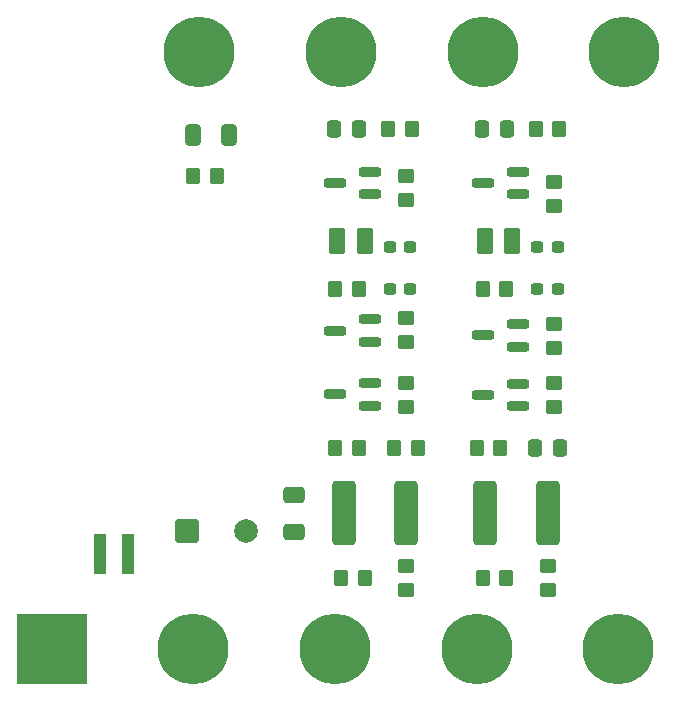
<source format=gts>
%TF.GenerationSoftware,KiCad,Pcbnew,9.0.4*%
%TF.CreationDate,2025-09-14T16:43:00+08:00*%
%TF.ProjectId,YUV Circuit,59555620-4369-4726-9375-69742e6b6963,rev?*%
%TF.SameCoordinates,Original*%
%TF.FileFunction,Soldermask,Top*%
%TF.FilePolarity,Negative*%
%FSLAX46Y46*%
G04 Gerber Fmt 4.6, Leading zero omitted, Abs format (unit mm)*
G04 Created by KiCad (PCBNEW 9.0.4) date 2025-09-14 16:43:00*
%MOMM*%
%LPD*%
G01*
G04 APERTURE LIST*
G04 Aperture macros list*
%AMRoundRect*
0 Rectangle with rounded corners*
0 $1 Rounding radius*
0 $2 $3 $4 $5 $6 $7 $8 $9 X,Y pos of 4 corners*
0 Add a 4 corners polygon primitive as box body*
4,1,4,$2,$3,$4,$5,$6,$7,$8,$9,$2,$3,0*
0 Add four circle primitives for the rounded corners*
1,1,$1+$1,$2,$3*
1,1,$1+$1,$4,$5*
1,1,$1+$1,$6,$7*
1,1,$1+$1,$8,$9*
0 Add four rect primitives between the rounded corners*
20,1,$1+$1,$2,$3,$4,$5,0*
20,1,$1+$1,$4,$5,$6,$7,0*
20,1,$1+$1,$6,$7,$8,$9,0*
20,1,$1+$1,$8,$9,$2,$3,0*%
G04 Aperture macros list end*
%ADD10C,6.000000*%
%ADD11RoundRect,0.250002X-2.749998X-2.749998X2.749998X-2.749998X2.749998X2.749998X-2.749998X2.749998X0*%
%ADD12RoundRect,0.250000X0.350000X0.450000X-0.350000X0.450000X-0.350000X-0.450000X0.350000X-0.450000X0*%
%ADD13RoundRect,0.250000X-0.450000X0.350000X-0.450000X-0.350000X0.450000X-0.350000X0.450000X0.350000X0*%
%ADD14RoundRect,0.249999X0.737501X2.450001X-0.737501X2.450001X-0.737501X-2.450001X0.737501X-2.450001X0*%
%ADD15RoundRect,0.250000X-0.337500X-0.475000X0.337500X-0.475000X0.337500X0.475000X-0.337500X0.475000X0*%
%ADD16R,0.980000X3.400000*%
%ADD17RoundRect,0.250000X-0.350000X-0.450000X0.350000X-0.450000X0.350000X0.450000X-0.350000X0.450000X0*%
%ADD18RoundRect,0.200000X0.750000X0.200000X-0.750000X0.200000X-0.750000X-0.200000X0.750000X-0.200000X0*%
%ADD19RoundRect,0.250001X-0.462499X-0.849999X0.462499X-0.849999X0.462499X0.849999X-0.462499X0.849999X0*%
%ADD20RoundRect,0.250000X-0.412500X-0.650000X0.412500X-0.650000X0.412500X0.650000X-0.412500X0.650000X0*%
%ADD21RoundRect,0.250000X0.337500X0.475000X-0.337500X0.475000X-0.337500X-0.475000X0.337500X-0.475000X0*%
%ADD22RoundRect,0.237500X0.300000X0.237500X-0.300000X0.237500X-0.300000X-0.237500X0.300000X-0.237500X0*%
%ADD23RoundRect,0.250000X-0.650000X0.412500X-0.650000X-0.412500X0.650000X-0.412500X0.650000X0.412500X0*%
%ADD24RoundRect,0.250000X-0.750000X-0.750000X0.750000X-0.750000X0.750000X0.750000X-0.750000X0.750000X0*%
%ADD25C,2.000000*%
G04 APERTURE END LIST*
D10*
%TO.C,INPUT*%
X194000000Y-137000000D03*
X182000000Y-137000000D03*
X170000000Y-137000000D03*
X158000000Y-137000000D03*
D11*
X146000000Y-137000000D03*
%TD*%
D12*
%TO.C,RR7*%
X182500000Y-106500000D03*
X184500000Y-106500000D03*
%TD*%
D13*
%TO.C,RR8*%
X188500000Y-99500000D03*
X188500000Y-97500000D03*
%TD*%
D14*
%TO.C,CR1*%
X182725000Y-125500000D03*
X188000000Y-125500000D03*
%TD*%
D15*
%TO.C,RR2*%
X189037500Y-120000000D03*
X186962500Y-120000000D03*
%TD*%
D16*
%TO.C,L81*%
X152500000Y-129000000D03*
X150130000Y-129000000D03*
%TD*%
D17*
%TO.C,RY1*%
X160000000Y-97000000D03*
X158000000Y-97000000D03*
%TD*%
%TO.C,RR1*%
X184500000Y-131000000D03*
X182500000Y-131000000D03*
%TD*%
D10*
%TO.C,OUTPUT*%
X158500000Y-86500000D03*
X170500000Y-86500000D03*
X182500000Y-86500000D03*
X194500000Y-86500000D03*
%TD*%
D17*
%TO.C,RR9*%
X187000000Y-93000000D03*
X189000000Y-93000000D03*
%TD*%
D13*
%TO.C,RR6*%
X188500000Y-109500000D03*
X188500000Y-111500000D03*
%TD*%
%TO.C,RR5*%
X188500000Y-114500000D03*
X188500000Y-116500000D03*
%TD*%
D12*
%TO.C,RR4*%
X184000000Y-120000000D03*
X182000000Y-120000000D03*
%TD*%
D13*
%TO.C,RR3*%
X188000000Y-130000000D03*
X188000000Y-132000000D03*
%TD*%
D17*
%TO.C,RB9*%
X174500000Y-93000000D03*
X176500000Y-93000000D03*
%TD*%
D13*
%TO.C,RB8*%
X176000000Y-97000000D03*
X176000000Y-99000000D03*
%TD*%
D12*
%TO.C,RB7*%
X172000000Y-106500000D03*
X170000000Y-106500000D03*
%TD*%
D13*
%TO.C,RB6*%
X176000000Y-109000000D03*
X176000000Y-111000000D03*
%TD*%
%TO.C,RB5*%
X176000000Y-114500000D03*
X176000000Y-116500000D03*
%TD*%
D12*
%TO.C,RB4*%
X172000000Y-120000000D03*
X170000000Y-120000000D03*
%TD*%
D13*
%TO.C,RB3*%
X176000000Y-130000000D03*
X176000000Y-132000000D03*
%TD*%
D17*
%TO.C,RB2*%
X175000000Y-120000000D03*
X177000000Y-120000000D03*
%TD*%
%TO.C,RB1*%
X170500000Y-131000000D03*
X172500000Y-131000000D03*
%TD*%
D18*
%TO.C,QR3*%
X185500000Y-98500000D03*
X185500000Y-96600000D03*
X182500000Y-97550000D03*
%TD*%
%TO.C,QR2*%
X185500000Y-111400000D03*
X185500000Y-109500000D03*
X182500000Y-110450000D03*
%TD*%
%TO.C,QR1*%
X185500000Y-116450000D03*
X185500000Y-114550000D03*
X182500000Y-115500000D03*
%TD*%
%TO.C,QB3*%
X173000000Y-98500000D03*
X173000000Y-96600000D03*
X170000000Y-97550000D03*
%TD*%
%TO.C,QB2*%
X173000000Y-111000000D03*
X173000000Y-109100000D03*
X170000000Y-110050000D03*
%TD*%
%TO.C,QB1*%
X173000000Y-116400000D03*
X173000000Y-114500000D03*
X170000000Y-115450000D03*
%TD*%
D19*
%TO.C,LR1*%
X182675000Y-102500000D03*
X185000000Y-102500000D03*
%TD*%
%TO.C,LB1*%
X170175000Y-102500000D03*
X172500000Y-102500000D03*
%TD*%
D20*
%TO.C,CY1*%
X157937500Y-93500000D03*
X161062500Y-93500000D03*
%TD*%
D21*
%TO.C,CR4*%
X184537500Y-93000000D03*
X182462500Y-93000000D03*
%TD*%
D22*
%TO.C,CR3*%
X188862500Y-103000000D03*
X187137500Y-103000000D03*
%TD*%
%TO.C,CR2*%
X188862500Y-106500000D03*
X187137500Y-106500000D03*
%TD*%
D21*
%TO.C,CB4*%
X172000000Y-93000000D03*
X169925000Y-93000000D03*
%TD*%
D22*
%TO.C,CB3*%
X176362500Y-103000000D03*
X174637500Y-103000000D03*
%TD*%
%TO.C,CB2*%
X176362500Y-106500000D03*
X174637500Y-106500000D03*
%TD*%
D14*
%TO.C,CB1*%
X176000000Y-125500000D03*
X170725000Y-125500000D03*
%TD*%
D23*
%TO.C,C82*%
X166500000Y-123937500D03*
X166500000Y-127062500D03*
%TD*%
D24*
%TO.C,C81*%
X157500000Y-127000000D03*
D25*
X162500000Y-127000000D03*
%TD*%
M02*

</source>
